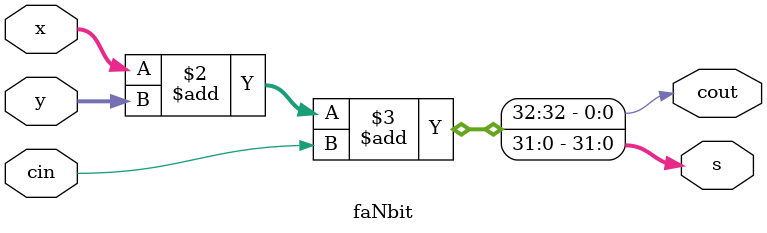
<source format=v>
module faNbit (s, cout, cin, x, y);
		parameter n = 32;
		input cin;
		input [n-1:0] x, y;
		output reg cout;
		output reg[n-1:0] s;
		
		always @ (x, y, cin)
		begin
			{cout, s} = x + y + cin;
		end
endmodule

</source>
